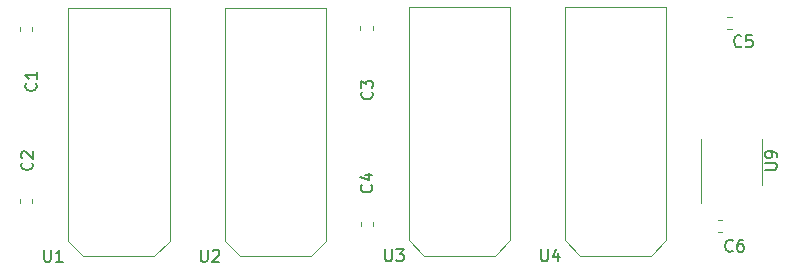
<source format=gbr>
G04 #@! TF.GenerationSoftware,KiCad,Pcbnew,5.1.5*
G04 #@! TF.CreationDate,2020-05-24T12:25:34+08:00*
G04 #@! TF.ProjectId,EDO RAM Stick Recreated,45444f20-5241-44d2-9053-7469636b2052,01*
G04 #@! TF.SameCoordinates,Original*
G04 #@! TF.FileFunction,Legend,Top*
G04 #@! TF.FilePolarity,Positive*
%FSLAX46Y46*%
G04 Gerber Fmt 4.6, Leading zero omitted, Abs format (unit mm)*
G04 Created by KiCad (PCBNEW 5.1.5) date 2020-05-24 12:25:34*
%MOMM*%
%LPD*%
G04 APERTURE LIST*
%ADD10C,0.120000*%
%ADD11C,0.150000*%
G04 APERTURE END LIST*
D10*
X124897200Y-65125600D02*
X124897200Y-68575600D01*
X124897200Y-65125600D02*
X124897200Y-63175600D01*
X130017200Y-65125600D02*
X130017200Y-67075600D01*
X130017200Y-65125600D02*
X130017200Y-63175600D01*
X121956000Y-71730000D02*
X120656000Y-73030000D01*
X120656000Y-73030000D02*
X114656000Y-73030000D01*
X113356000Y-71730000D02*
X113356000Y-51980000D01*
X113356000Y-51980000D02*
X121956000Y-51980000D01*
X121956000Y-51980000D02*
X121956000Y-71730000D01*
X114656000Y-73030000D02*
X113356000Y-71730000D01*
X108748000Y-71730000D02*
X107448000Y-73030000D01*
X107448000Y-73030000D02*
X101448000Y-73030000D01*
X100148000Y-71730000D02*
X100148000Y-51980000D01*
X100148000Y-51980000D02*
X108748000Y-51980000D01*
X108748000Y-51980000D02*
X108748000Y-71730000D01*
X101448000Y-73030000D02*
X100148000Y-71730000D01*
X93152400Y-71780800D02*
X91852400Y-73080800D01*
X91852400Y-73080800D02*
X85852400Y-73080800D01*
X84552400Y-71780800D02*
X84552400Y-52030800D01*
X84552400Y-52030800D02*
X93152400Y-52030800D01*
X93152400Y-52030800D02*
X93152400Y-71780800D01*
X85852400Y-73080800D02*
X84552400Y-71780800D01*
X72593600Y-73080800D02*
X71293600Y-71780800D01*
X79893600Y-52030800D02*
X79893600Y-71780800D01*
X71293600Y-52030800D02*
X79893600Y-52030800D01*
X71293600Y-71780800D02*
X71293600Y-52030800D01*
X78593600Y-73080800D02*
X72593600Y-73080800D01*
X79893600Y-71780800D02*
X78593600Y-73080800D01*
X126320733Y-71020400D02*
X126663267Y-71020400D01*
X126320733Y-70000400D02*
X126663267Y-70000400D01*
X127133533Y-53850000D02*
X127476067Y-53850000D01*
X127133533Y-52830000D02*
X127476067Y-52830000D01*
X97131600Y-70478467D02*
X97131600Y-70135933D01*
X96111600Y-70478467D02*
X96111600Y-70135933D01*
X97080800Y-53906267D02*
X97080800Y-53563733D01*
X96060800Y-53906267D02*
X96060800Y-53563733D01*
X67257200Y-68256333D02*
X67257200Y-68598867D01*
X68277200Y-68256333D02*
X68277200Y-68598867D01*
X68226400Y-54019267D02*
X68226400Y-53676733D01*
X67206400Y-54019267D02*
X67206400Y-53676733D01*
D11*
X130313180Y-65735104D02*
X131122704Y-65735104D01*
X131217942Y-65687485D01*
X131265561Y-65639866D01*
X131313180Y-65544628D01*
X131313180Y-65354152D01*
X131265561Y-65258914D01*
X131217942Y-65211295D01*
X131122704Y-65163676D01*
X130313180Y-65163676D01*
X131313180Y-64639866D02*
X131313180Y-64449390D01*
X131265561Y-64354152D01*
X131217942Y-64306533D01*
X131075085Y-64211295D01*
X130884609Y-64163676D01*
X130503657Y-64163676D01*
X130408419Y-64211295D01*
X130360800Y-64258914D01*
X130313180Y-64354152D01*
X130313180Y-64544628D01*
X130360800Y-64639866D01*
X130408419Y-64687485D01*
X130503657Y-64735104D01*
X130741752Y-64735104D01*
X130836990Y-64687485D01*
X130884609Y-64639866D01*
X130932228Y-64544628D01*
X130932228Y-64354152D01*
X130884609Y-64258914D01*
X130836990Y-64211295D01*
X130741752Y-64163676D01*
X111344095Y-72482380D02*
X111344095Y-73291904D01*
X111391714Y-73387142D01*
X111439333Y-73434761D01*
X111534571Y-73482380D01*
X111725047Y-73482380D01*
X111820285Y-73434761D01*
X111867904Y-73387142D01*
X111915523Y-73291904D01*
X111915523Y-72482380D01*
X112820285Y-72815714D02*
X112820285Y-73482380D01*
X112582190Y-72434761D02*
X112344095Y-73149047D01*
X112963142Y-73149047D01*
X98136095Y-72482380D02*
X98136095Y-73291904D01*
X98183714Y-73387142D01*
X98231333Y-73434761D01*
X98326571Y-73482380D01*
X98517047Y-73482380D01*
X98612285Y-73434761D01*
X98659904Y-73387142D01*
X98707523Y-73291904D01*
X98707523Y-72482380D01*
X99088476Y-72482380D02*
X99707523Y-72482380D01*
X99374190Y-72863333D01*
X99517047Y-72863333D01*
X99612285Y-72910952D01*
X99659904Y-72958571D01*
X99707523Y-73053809D01*
X99707523Y-73291904D01*
X99659904Y-73387142D01*
X99612285Y-73434761D01*
X99517047Y-73482380D01*
X99231333Y-73482380D01*
X99136095Y-73434761D01*
X99088476Y-73387142D01*
X82540495Y-72533180D02*
X82540495Y-73342704D01*
X82588114Y-73437942D01*
X82635733Y-73485561D01*
X82730971Y-73533180D01*
X82921447Y-73533180D01*
X83016685Y-73485561D01*
X83064304Y-73437942D01*
X83111923Y-73342704D01*
X83111923Y-72533180D01*
X83540495Y-72628419D02*
X83588114Y-72580800D01*
X83683352Y-72533180D01*
X83921447Y-72533180D01*
X84016685Y-72580800D01*
X84064304Y-72628419D01*
X84111923Y-72723657D01*
X84111923Y-72818895D01*
X84064304Y-72961752D01*
X83492876Y-73533180D01*
X84111923Y-73533180D01*
X69281695Y-72533180D02*
X69281695Y-73342704D01*
X69329314Y-73437942D01*
X69376933Y-73485561D01*
X69472171Y-73533180D01*
X69662647Y-73533180D01*
X69757885Y-73485561D01*
X69805504Y-73437942D01*
X69853123Y-73342704D01*
X69853123Y-72533180D01*
X70853123Y-73533180D02*
X70281695Y-73533180D01*
X70567409Y-73533180D02*
X70567409Y-72533180D01*
X70472171Y-72676038D01*
X70376933Y-72771276D01*
X70281695Y-72818895D01*
X127564133Y-72592942D02*
X127516514Y-72640561D01*
X127373657Y-72688180D01*
X127278419Y-72688180D01*
X127135561Y-72640561D01*
X127040323Y-72545323D01*
X126992704Y-72450085D01*
X126945085Y-72259609D01*
X126945085Y-72116752D01*
X126992704Y-71926276D01*
X127040323Y-71831038D01*
X127135561Y-71735800D01*
X127278419Y-71688180D01*
X127373657Y-71688180D01*
X127516514Y-71735800D01*
X127564133Y-71783419D01*
X128421276Y-71688180D02*
X128230800Y-71688180D01*
X128135561Y-71735800D01*
X128087942Y-71783419D01*
X127992704Y-71926276D01*
X127945085Y-72116752D01*
X127945085Y-72497704D01*
X127992704Y-72592942D01*
X128040323Y-72640561D01*
X128135561Y-72688180D01*
X128326038Y-72688180D01*
X128421276Y-72640561D01*
X128468895Y-72592942D01*
X128516514Y-72497704D01*
X128516514Y-72259609D01*
X128468895Y-72164371D01*
X128421276Y-72116752D01*
X128326038Y-72069133D01*
X128135561Y-72069133D01*
X128040323Y-72116752D01*
X127992704Y-72164371D01*
X127945085Y-72259609D01*
X128306533Y-55271942D02*
X128258914Y-55319561D01*
X128116057Y-55367180D01*
X128020819Y-55367180D01*
X127877961Y-55319561D01*
X127782723Y-55224323D01*
X127735104Y-55129085D01*
X127687485Y-54938609D01*
X127687485Y-54795752D01*
X127735104Y-54605276D01*
X127782723Y-54510038D01*
X127877961Y-54414800D01*
X128020819Y-54367180D01*
X128116057Y-54367180D01*
X128258914Y-54414800D01*
X128306533Y-54462419D01*
X129211295Y-54367180D02*
X128735104Y-54367180D01*
X128687485Y-54843371D01*
X128735104Y-54795752D01*
X128830342Y-54748133D01*
X129068438Y-54748133D01*
X129163676Y-54795752D01*
X129211295Y-54843371D01*
X129258914Y-54938609D01*
X129258914Y-55176704D01*
X129211295Y-55271942D01*
X129163676Y-55319561D01*
X129068438Y-55367180D01*
X128830342Y-55367180D01*
X128735104Y-55319561D01*
X128687485Y-55271942D01*
X96978742Y-67019466D02*
X97026361Y-67067085D01*
X97073980Y-67209942D01*
X97073980Y-67305180D01*
X97026361Y-67448038D01*
X96931123Y-67543276D01*
X96835885Y-67590895D01*
X96645409Y-67638514D01*
X96502552Y-67638514D01*
X96312076Y-67590895D01*
X96216838Y-67543276D01*
X96121600Y-67448038D01*
X96073980Y-67305180D01*
X96073980Y-67209942D01*
X96121600Y-67067085D01*
X96169219Y-67019466D01*
X96407314Y-66162323D02*
X97073980Y-66162323D01*
X96026361Y-66400419D02*
X96740647Y-66638514D01*
X96740647Y-66019466D01*
X97029542Y-59145466D02*
X97077161Y-59193085D01*
X97124780Y-59335942D01*
X97124780Y-59431180D01*
X97077161Y-59574038D01*
X96981923Y-59669276D01*
X96886685Y-59716895D01*
X96696209Y-59764514D01*
X96553352Y-59764514D01*
X96362876Y-59716895D01*
X96267638Y-59669276D01*
X96172400Y-59574038D01*
X96124780Y-59431180D01*
X96124780Y-59335942D01*
X96172400Y-59193085D01*
X96220019Y-59145466D01*
X96124780Y-58812133D02*
X96124780Y-58193085D01*
X96505733Y-58526419D01*
X96505733Y-58383561D01*
X96553352Y-58288323D01*
X96600971Y-58240704D01*
X96696209Y-58193085D01*
X96934304Y-58193085D01*
X97029542Y-58240704D01*
X97077161Y-58288323D01*
X97124780Y-58383561D01*
X97124780Y-58669276D01*
X97077161Y-58764514D01*
X97029542Y-58812133D01*
X68225542Y-65152466D02*
X68273161Y-65200085D01*
X68320780Y-65342942D01*
X68320780Y-65438180D01*
X68273161Y-65581038D01*
X68177923Y-65676276D01*
X68082685Y-65723895D01*
X67892209Y-65771514D01*
X67749352Y-65771514D01*
X67558876Y-65723895D01*
X67463638Y-65676276D01*
X67368400Y-65581038D01*
X67320780Y-65438180D01*
X67320780Y-65342942D01*
X67368400Y-65200085D01*
X67416019Y-65152466D01*
X67416019Y-64771514D02*
X67368400Y-64723895D01*
X67320780Y-64628657D01*
X67320780Y-64390561D01*
X67368400Y-64295323D01*
X67416019Y-64247704D01*
X67511257Y-64200085D01*
X67606495Y-64200085D01*
X67749352Y-64247704D01*
X68320780Y-64819133D01*
X68320780Y-64200085D01*
X68581542Y-58434266D02*
X68629161Y-58481885D01*
X68676780Y-58624742D01*
X68676780Y-58719980D01*
X68629161Y-58862838D01*
X68533923Y-58958076D01*
X68438685Y-59005695D01*
X68248209Y-59053314D01*
X68105352Y-59053314D01*
X67914876Y-59005695D01*
X67819638Y-58958076D01*
X67724400Y-58862838D01*
X67676780Y-58719980D01*
X67676780Y-58624742D01*
X67724400Y-58481885D01*
X67772019Y-58434266D01*
X68676780Y-57481885D02*
X68676780Y-58053314D01*
X68676780Y-57767600D02*
X67676780Y-57767600D01*
X67819638Y-57862838D01*
X67914876Y-57958076D01*
X67962495Y-58053314D01*
M02*

</source>
